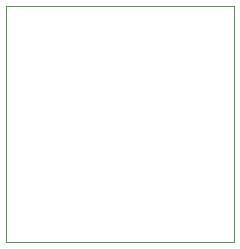
<source format=gbr>
%TF.GenerationSoftware,KiCad,Pcbnew,(6.0.4)*%
%TF.CreationDate,2022-04-28T22:28:36-04:00*%
%TF.ProjectId,capacitor_daughterboard,63617061-6369-4746-9f72-5f6461756768,0*%
%TF.SameCoordinates,Original*%
%TF.FileFunction,Profile,NP*%
%FSLAX46Y46*%
G04 Gerber Fmt 4.6, Leading zero omitted, Abs format (unit mm)*
G04 Created by KiCad (PCBNEW (6.0.4)) date 2022-04-28 22:28:36*
%MOMM*%
%LPD*%
G01*
G04 APERTURE LIST*
%TA.AperFunction,Profile*%
%ADD10C,0.100000*%
%TD*%
G04 APERTURE END LIST*
D10*
X130750000Y-71000000D02*
X150000000Y-71000000D01*
X150000000Y-71000000D02*
X150000000Y-91000000D01*
X150000000Y-91000000D02*
X130750000Y-91000000D01*
X130750000Y-91000000D02*
X130750000Y-71000000D01*
M02*

</source>
